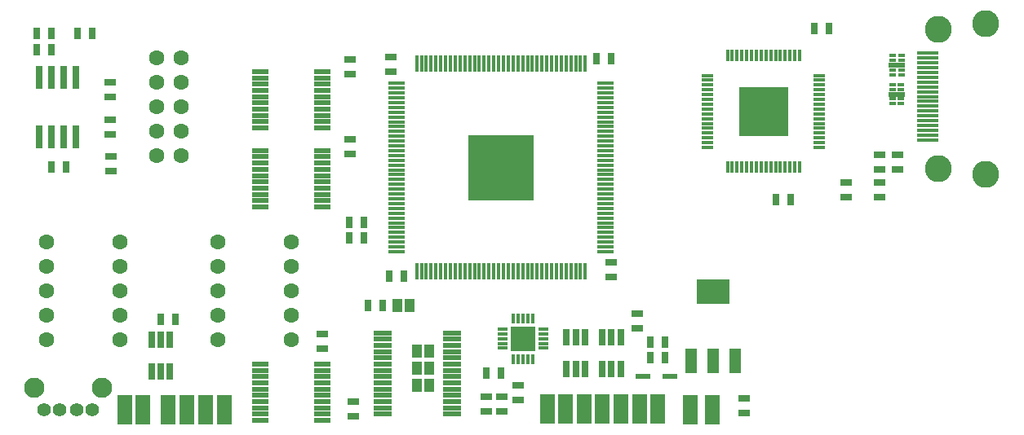
<source format=gts>
G04 #@! TF.GenerationSoftware,KiCad,Pcbnew,5.0.1+dfsg1-3*
G04 #@! TF.CreationDate,2018-11-24T15:47:24+02:00*
G04 #@! TF.ProjectId,cps2_digiav,637073325F6469676961762E6B696361,rev?*
G04 #@! TF.SameCoordinates,Original*
G04 #@! TF.FileFunction,Soldermask,Top*
G04 #@! TF.FilePolarity,Negative*
%FSLAX46Y46*%
G04 Gerber Fmt 4.6, Leading zero omitted, Abs format (unit mm)*
G04 Created by KiCad (PCBNEW 5.0.1+dfsg1-3) date 2018-11-24T15:47:24 EET*
%MOMM*%
%LPD*%
G01*
G04 APERTURE LIST*
%ADD10C,2.351600*%
%ADD11R,1.101600X0.401600*%
%ADD12R,0.401600X1.101600*%
%ADD13R,2.601600X2.601600*%
%ADD14R,5.101600X5.101600*%
%ADD15R,0.351600X1.301600*%
%ADD16R,1.301600X0.351600*%
%ADD17C,0.801600*%
%ADD18C,2.101600*%
%ADD19C,1.401600*%
%ADD20R,1.601600X3.101600*%
%ADD21R,0.736600X1.244600*%
%ADD22R,0.751600X1.661600*%
%ADD23C,1.607820*%
%ADD24C,2.801600*%
%ADD25R,2.301600X0.401600*%
%ADD26R,1.244600X0.736600*%
%ADD27R,0.701600X2.451600*%
%ADD28R,1.501600X0.551600*%
%ADD29R,1.801600X0.501600*%
%ADD30R,1.701600X0.501600*%
%ADD31R,0.801600X0.301600*%
%ADD32R,1.071600X1.371600*%
%ADD33R,1.851600X0.551600*%
%ADD34C,1.601600*%
%ADD35R,6.801600X6.801600*%
%ADD36R,0.401600X1.701600*%
%ADD37R,1.701600X0.401600*%
%ADD38C,0.791600*%
%ADD39R,1.301600X2.501600*%
%ADD40R,3.401600X2.501600*%
G04 APERTURE END LIST*
D10*
G04 #@! TO.C,U6*
X92848000Y-63119000D03*
D11*
X90733000Y-64119000D03*
X90733000Y-63619000D03*
X90733000Y-63119000D03*
X90733000Y-62619000D03*
X90733000Y-62119000D03*
D12*
X91848000Y-61004000D03*
X92348000Y-61004000D03*
X92848000Y-61004000D03*
X93348000Y-61004000D03*
X93848000Y-61004000D03*
D11*
X94963000Y-62119000D03*
X94963000Y-62619000D03*
X94963000Y-63119000D03*
X94963000Y-63619000D03*
X94963000Y-64119000D03*
D12*
X93848000Y-65234000D03*
X93348000Y-65234000D03*
X92848000Y-65234000D03*
X92348000Y-65234000D03*
X91848000Y-65234000D03*
D13*
X92848000Y-63119000D03*
G04 #@! TD*
D14*
G04 #@! TO.C,U1*
X117830600Y-39509200D03*
D15*
X114080600Y-45309200D03*
X114580600Y-45309200D03*
X115080600Y-45309200D03*
X115580600Y-45309200D03*
X116080600Y-45309200D03*
X116580600Y-45309200D03*
X117080600Y-45309200D03*
X117580600Y-45309200D03*
X118080600Y-45309200D03*
X118580600Y-45309200D03*
X119080600Y-45309200D03*
X119580600Y-45309200D03*
X120080600Y-45309200D03*
X120580600Y-45309200D03*
X121080600Y-45309200D03*
X121580600Y-45309200D03*
D16*
X123630600Y-43259200D03*
X123630600Y-42759200D03*
X123630600Y-42259200D03*
X123630600Y-41759200D03*
X123630600Y-41259200D03*
X123630600Y-40759200D03*
X123630600Y-40259200D03*
X123630600Y-39759200D03*
X123630600Y-39259200D03*
X123630600Y-38759200D03*
X123630600Y-38259200D03*
X123630600Y-37759200D03*
X123630600Y-37259200D03*
X123630600Y-36759200D03*
X123630600Y-36259200D03*
X123630600Y-35759200D03*
D15*
X121580600Y-33709200D03*
X121080600Y-33709200D03*
X120580600Y-33709200D03*
X120080600Y-33709200D03*
X119580600Y-33709200D03*
X119080600Y-33709200D03*
X118580600Y-33709200D03*
X118080600Y-33709200D03*
X117580600Y-33709200D03*
X117080600Y-33709200D03*
X116580600Y-33709200D03*
X116080600Y-33709200D03*
X115580600Y-33709200D03*
X115080600Y-33709200D03*
X114580600Y-33709200D03*
X114080600Y-33709200D03*
D16*
X112030600Y-35759200D03*
X112030600Y-36259200D03*
X112030600Y-36759200D03*
X112030600Y-37259200D03*
X112030600Y-37759200D03*
X112030600Y-38259200D03*
X112030600Y-38759200D03*
X112030600Y-39259200D03*
X112030600Y-39759200D03*
X112030600Y-40259200D03*
X112030600Y-40759200D03*
X112030600Y-41259200D03*
X112030600Y-41759200D03*
X112030600Y-42259200D03*
X112030600Y-42759200D03*
X112030600Y-43259200D03*
D10*
X117830600Y-39509200D03*
D17*
X115830600Y-41509200D03*
X115830600Y-40509200D03*
X115830600Y-39509200D03*
X115830600Y-38509200D03*
X115830600Y-37509200D03*
X116830600Y-41509200D03*
X116830600Y-40509200D03*
X116830600Y-38509200D03*
X116830600Y-37509200D03*
X117830600Y-41509200D03*
X117830600Y-37509200D03*
X118830600Y-41509200D03*
X118830600Y-40509200D03*
X118830600Y-38509200D03*
X118830600Y-37509200D03*
X119830600Y-41509200D03*
X119830600Y-40509200D03*
X119830600Y-39509200D03*
X119830600Y-38509200D03*
X119830600Y-37509200D03*
G04 #@! TD*
D18*
G04 #@! TO.C,SW1*
X49180000Y-68240000D03*
X42180000Y-68240000D03*
D19*
X48180000Y-70500000D03*
X46555000Y-70500000D03*
X44805000Y-70500000D03*
X43180000Y-70500000D03*
G04 #@! TD*
D20*
G04 #@! TO.C,W14*
X61870000Y-70490000D03*
G04 #@! TD*
G04 #@! TO.C,W15*
X97270000Y-70450000D03*
G04 #@! TD*
D21*
G04 #@! TO.C,C2*
X55298000Y-61140000D03*
X56822000Y-61140000D03*
G04 #@! TD*
D22*
G04 #@! TO.C,U16*
X102050000Y-63000000D03*
X101100000Y-66300000D03*
X102050000Y-66300000D03*
X103000000Y-66300000D03*
X103000000Y-63000000D03*
X101100000Y-63000000D03*
G04 #@! TD*
G04 #@! TO.C,U9*
X97400000Y-63000000D03*
X99300000Y-63000000D03*
X99300000Y-66300000D03*
X98350000Y-66300000D03*
X97400000Y-66300000D03*
X98350000Y-63000000D03*
G04 #@! TD*
G04 #@! TO.C,U8*
X55270000Y-63240000D03*
X54320000Y-66540000D03*
X55270000Y-66540000D03*
X56220000Y-66540000D03*
X56220000Y-63240000D03*
X54320000Y-63240000D03*
G04 #@! TD*
D20*
G04 #@! TO.C,W13*
X99180000Y-70450000D03*
G04 #@! TD*
G04 #@! TO.C,W12*
X103020000Y-70450000D03*
G04 #@! TD*
G04 #@! TO.C,W11*
X104950000Y-70450000D03*
G04 #@! TD*
G04 #@! TO.C,W10*
X101100000Y-70450000D03*
G04 #@! TD*
G04 #@! TO.C,W9*
X112550000Y-70480200D03*
G04 #@! TD*
G04 #@! TO.C,W8*
X106880000Y-70450000D03*
G04 #@! TD*
G04 #@! TO.C,W7*
X95370000Y-70450000D03*
G04 #@! TD*
G04 #@! TO.C,W6*
X53450000Y-70485000D03*
G04 #@! TD*
G04 #@! TO.C,W5*
X51530000Y-70485000D03*
G04 #@! TD*
G04 #@! TO.C,W4*
X59940000Y-70490000D03*
G04 #@! TD*
G04 #@! TO.C,W3*
X57990000Y-70500000D03*
G04 #@! TD*
G04 #@! TO.C,W1*
X110268200Y-70485000D03*
G04 #@! TD*
G04 #@! TO.C,W2*
X56040000Y-70510000D03*
G04 #@! TD*
D23*
G04 #@! TO.C,P1*
X57415000Y-44094000D03*
X54875000Y-44094000D03*
X57415000Y-41554000D03*
X54875000Y-41554000D03*
X57415000Y-39014000D03*
X54875000Y-39014000D03*
X57415000Y-36474000D03*
X54875000Y-36474000D03*
X57415000Y-33934000D03*
X54875000Y-33934000D03*
G04 #@! TD*
D24*
G04 #@! TO.C,J4*
X135951000Y-30961000D03*
X135951000Y-45461000D03*
X140901000Y-46061000D03*
X140901000Y-30361000D03*
D25*
X134851000Y-33461000D03*
X134851000Y-33961000D03*
X134851000Y-34461000D03*
X134851000Y-34961000D03*
X134851000Y-35461000D03*
X134851000Y-35961000D03*
X134851000Y-36461000D03*
X134851000Y-36961000D03*
X134851000Y-37461000D03*
X134851000Y-37961000D03*
X134851000Y-38461000D03*
X134851000Y-38961000D03*
X134851000Y-39461000D03*
X134851000Y-39961000D03*
X134851000Y-40461000D03*
X134851000Y-40961000D03*
X134851000Y-41461000D03*
X134851000Y-41961000D03*
X134851000Y-42461000D03*
G04 #@! TD*
D26*
G04 #@! TO.C,R46*
X129900000Y-45542000D03*
X129900000Y-44018000D03*
G04 #@! TD*
G04 #@! TO.C,R45*
X131730000Y-45536000D03*
X131730000Y-44012000D03*
G04 #@! TD*
G04 #@! TO.C,F2*
X129910000Y-48392000D03*
X129910000Y-46868000D03*
G04 #@! TD*
G04 #@! TO.C,R41*
X126390000Y-46908000D03*
X126390000Y-48432000D03*
G04 #@! TD*
D21*
G04 #@! TO.C,R24*
X48182000Y-31420000D03*
X46658000Y-31420000D03*
G04 #@! TD*
G04 #@! TO.C,R23*
X45462000Y-45280000D03*
X43938000Y-45280000D03*
G04 #@! TD*
D26*
G04 #@! TO.C,R22*
X50050000Y-38036000D03*
X50050000Y-36512000D03*
G04 #@! TD*
G04 #@! TO.C,R21*
X50050000Y-41886000D03*
X50050000Y-40362000D03*
G04 #@! TD*
G04 #@! TO.C,R20*
X50080000Y-44152000D03*
X50080000Y-45676000D03*
G04 #@! TD*
D21*
G04 #@! TO.C,R19*
X43942000Y-33080000D03*
X42418000Y-33080000D03*
G04 #@! TD*
G04 #@! TO.C,C65*
X100528000Y-34034000D03*
X102052000Y-34034000D03*
G04 #@! TD*
D26*
G04 #@! TO.C,C60*
X79160000Y-35416000D03*
X79160000Y-33892000D03*
G04 #@! TD*
D21*
G04 #@! TO.C,C55*
X43932000Y-31400000D03*
X42408000Y-31400000D03*
G04 #@! TD*
D26*
G04 #@! TO.C,C47*
X101990000Y-55182000D03*
X101990000Y-56706000D03*
G04 #@! TD*
D21*
G04 #@! TO.C,C43*
X80532000Y-56624000D03*
X79008000Y-56624000D03*
G04 #@! TD*
D27*
G04 #@! TO.C,U10*
X42655000Y-42190000D03*
X43925000Y-42190000D03*
X45195000Y-42190000D03*
X46465000Y-42190000D03*
X46465000Y-35990000D03*
X45195000Y-35990000D03*
X43925000Y-35990000D03*
X42655000Y-35990000D03*
G04 #@! TD*
D21*
G04 #@! TO.C,C1*
X107592000Y-63474000D03*
X106068000Y-63474000D03*
G04 #@! TD*
D26*
G04 #@! TO.C,C3*
X115820000Y-69362000D03*
X115820000Y-70886000D03*
G04 #@! TD*
D21*
G04 #@! TO.C,C5*
X107592000Y-65094000D03*
X106068000Y-65094000D03*
G04 #@! TD*
D26*
G04 #@! TO.C,C6*
X74940000Y-35666000D03*
X74940000Y-34142000D03*
G04 #@! TD*
G04 #@! TO.C,C7*
X74940000Y-43936000D03*
X74940000Y-42412000D03*
G04 #@! TD*
G04 #@! TO.C,C8*
X72040000Y-62652000D03*
X72040000Y-64176000D03*
G04 #@! TD*
D21*
G04 #@! TO.C,R1*
X76402000Y-52670000D03*
X74878000Y-52670000D03*
G04 #@! TD*
G04 #@! TO.C,R2*
X76402000Y-51050000D03*
X74878000Y-51050000D03*
G04 #@! TD*
D28*
G04 #@! TO.C,D1*
X108140000Y-67074000D03*
X105340000Y-67074000D03*
G04 #@! TD*
D21*
G04 #@! TO.C,R3*
X120632000Y-48664000D03*
X119108000Y-48664000D03*
G04 #@! TD*
D26*
G04 #@! TO.C,C14*
X104720000Y-62022000D03*
X104720000Y-60498000D03*
G04 #@! TD*
D29*
G04 #@! TO.C,U3*
X65620000Y-35375000D03*
X65620000Y-36025000D03*
X65620000Y-36675000D03*
X65620000Y-37325000D03*
X65620000Y-37975000D03*
X65620000Y-38625000D03*
X65620000Y-39275000D03*
X65620000Y-39925000D03*
X65620000Y-40575000D03*
X65620000Y-41225000D03*
X72060000Y-41225000D03*
X72060000Y-40575000D03*
X72060000Y-39925000D03*
X72060000Y-39275000D03*
X72060000Y-38625000D03*
X72060000Y-37975000D03*
X72060000Y-37325000D03*
X72060000Y-36675000D03*
X72060000Y-36025000D03*
X72060000Y-35375000D03*
G04 #@! TD*
G04 #@! TO.C,U4*
X65620000Y-43575000D03*
X65620000Y-44225000D03*
X65620000Y-44875000D03*
X65620000Y-45525000D03*
X65620000Y-46175000D03*
X65620000Y-46825000D03*
X65620000Y-47475000D03*
X65620000Y-48125000D03*
X65620000Y-48775000D03*
X65620000Y-49425000D03*
X72060000Y-49425000D03*
X72060000Y-48775000D03*
X72060000Y-48125000D03*
X72060000Y-47475000D03*
X72060000Y-46825000D03*
X72060000Y-46175000D03*
X72060000Y-45525000D03*
X72060000Y-44875000D03*
X72060000Y-44225000D03*
X72060000Y-43575000D03*
G04 #@! TD*
G04 #@! TO.C,U5*
X72060000Y-65765000D03*
X72060000Y-66415000D03*
X72060000Y-67065000D03*
X72060000Y-67715000D03*
X72060000Y-68365000D03*
X72060000Y-69015000D03*
X72060000Y-69665000D03*
X72060000Y-70315000D03*
X72060000Y-70965000D03*
X72060000Y-71615000D03*
X65620000Y-71615000D03*
X65620000Y-70965000D03*
X65620000Y-70315000D03*
X65620000Y-69665000D03*
X65620000Y-69015000D03*
X65620000Y-68365000D03*
X65620000Y-67715000D03*
X65620000Y-67065000D03*
X65620000Y-66415000D03*
X65620000Y-65765000D03*
G04 #@! TD*
D26*
G04 #@! TO.C,R4*
X92340000Y-67942000D03*
X92340000Y-69466000D03*
G04 #@! TD*
D30*
G04 #@! TO.C,D2*
X131673500Y-34710400D03*
D31*
X132123200Y-35710400D03*
X132123200Y-35210400D03*
X132123200Y-34210400D03*
X132123200Y-33710400D03*
X131223800Y-35710400D03*
X131223800Y-35210400D03*
X131223800Y-33710400D03*
X131223800Y-34210400D03*
D30*
X131673500Y-34710400D03*
G04 #@! TD*
G04 #@! TO.C,D3*
X131660800Y-37710300D03*
D31*
X132110500Y-38710300D03*
X132110500Y-38210300D03*
X132110500Y-37210300D03*
X132110500Y-36710300D03*
X131211100Y-38710300D03*
X131211100Y-38210300D03*
X131211100Y-36710300D03*
X131211100Y-37210300D03*
D30*
X131660800Y-37710300D03*
G04 #@! TD*
D21*
G04 #@! TO.C,C16*
X89028000Y-66694000D03*
X90552000Y-66694000D03*
G04 #@! TD*
G04 #@! TO.C,R5*
X124642000Y-30850000D03*
X123118000Y-30850000D03*
G04 #@! TD*
D26*
G04 #@! TO.C,C23*
X75260000Y-69682000D03*
X75260000Y-71206000D03*
G04 #@! TD*
G04 #@! TO.C,C25*
X89020000Y-69192000D03*
X89020000Y-70716000D03*
G04 #@! TD*
G04 #@! TO.C,C26*
X90670000Y-69192000D03*
X90670000Y-70716000D03*
G04 #@! TD*
D32*
G04 #@! TO.C,J3*
X81840000Y-64420000D03*
X83120000Y-64420000D03*
G04 #@! TD*
G04 #@! TO.C,J5*
X81840000Y-66200000D03*
X83120000Y-66200000D03*
G04 #@! TD*
G04 #@! TO.C,J6*
X81840000Y-67980000D03*
X83120000Y-67980000D03*
G04 #@! TD*
D33*
G04 #@! TO.C,U11*
X78270000Y-62525000D03*
X78270000Y-63175000D03*
X78270000Y-63825000D03*
X78270000Y-64475000D03*
X78270000Y-65125000D03*
X78270000Y-65775000D03*
X78270000Y-66425000D03*
X78270000Y-67075000D03*
X78270000Y-67725000D03*
X78270000Y-68375000D03*
X78270000Y-69025000D03*
X78270000Y-69675000D03*
X78270000Y-70325000D03*
X78270000Y-70975000D03*
X85470000Y-70975000D03*
X85470000Y-70325000D03*
X85470000Y-69675000D03*
X85470000Y-69025000D03*
X85470000Y-68375000D03*
X85470000Y-67725000D03*
X85470000Y-67075000D03*
X85470000Y-66425000D03*
X85470000Y-65775000D03*
X85470000Y-65125000D03*
X85470000Y-64475000D03*
X85470000Y-63825000D03*
X85470000Y-63175000D03*
X85470000Y-62525000D03*
G04 #@! TD*
D32*
G04 #@! TO.C,J7*
X79840000Y-59670000D03*
X81120000Y-59670000D03*
G04 #@! TD*
D21*
G04 #@! TO.C,R6*
X78272000Y-59670000D03*
X76748000Y-59670000D03*
G04 #@! TD*
D34*
G04 #@! TO.C,J1*
X61225000Y-53074000D03*
X68845000Y-63234000D03*
X61225000Y-55614000D03*
X68845000Y-60694000D03*
X61225000Y-58154000D03*
X68845000Y-58154000D03*
X61225000Y-60694000D03*
X68845000Y-55614000D03*
X61225000Y-63234000D03*
X68845000Y-53074000D03*
G04 #@! TD*
G04 #@! TO.C,J2*
X43445000Y-53074000D03*
X51065000Y-63234000D03*
X43445000Y-55614000D03*
X51065000Y-60694000D03*
X43445000Y-58154000D03*
X51065000Y-58154000D03*
X43445000Y-60694000D03*
X51065000Y-55614000D03*
X43445000Y-63234000D03*
X51065000Y-53074000D03*
G04 #@! TD*
D35*
G04 #@! TO.C,U2*
X90587000Y-45335000D03*
D36*
X81837000Y-56135000D03*
X82337000Y-56135000D03*
X82837000Y-56135000D03*
X83337000Y-56135000D03*
X83837000Y-56135000D03*
X84337000Y-56135000D03*
X84837000Y-56135000D03*
X85337000Y-56135000D03*
X85837000Y-56135000D03*
X86337000Y-56135000D03*
X86837000Y-56135000D03*
X87337000Y-56135000D03*
X87837000Y-56135000D03*
X88337000Y-56135000D03*
X88837000Y-56135000D03*
X89337000Y-56135000D03*
X89837000Y-56135000D03*
X90337000Y-56135000D03*
X90837000Y-56135000D03*
X91337000Y-56135000D03*
X91837000Y-56135000D03*
X92337000Y-56135000D03*
X92837000Y-56135000D03*
X93337000Y-56135000D03*
X93837000Y-56135000D03*
X94337000Y-56135000D03*
X94837000Y-56135000D03*
X95337000Y-56135000D03*
X95837000Y-56135000D03*
X96337000Y-56135000D03*
X96837000Y-56135000D03*
X97337000Y-56135000D03*
X97837000Y-56135000D03*
X98337000Y-56135000D03*
X98837000Y-56135000D03*
X99337000Y-56135000D03*
D37*
X101387000Y-54085000D03*
X101387000Y-53585000D03*
X101387000Y-53085000D03*
X101387000Y-52585000D03*
X101387000Y-52085000D03*
X101387000Y-51585000D03*
X101387000Y-51085000D03*
X101387000Y-50585000D03*
X101387000Y-50085000D03*
X101387000Y-49585000D03*
X101387000Y-49085000D03*
X101387000Y-48585000D03*
X101387000Y-48085000D03*
X101387000Y-47585000D03*
X101387000Y-47085000D03*
X101387000Y-46585000D03*
X101387000Y-46085000D03*
X101387000Y-45585000D03*
X101387000Y-45085000D03*
X101387000Y-44585000D03*
X101387000Y-44085000D03*
X101387000Y-43585000D03*
X101387000Y-43085000D03*
X101387000Y-42585000D03*
X101387000Y-42085000D03*
X101387000Y-41585000D03*
X101387000Y-41085000D03*
X101387000Y-40585000D03*
X101387000Y-40085000D03*
X101387000Y-39585000D03*
X101387000Y-39085000D03*
X101387000Y-38585000D03*
X101387000Y-38085000D03*
X101387000Y-37585000D03*
X101387000Y-37085000D03*
X101387000Y-36585000D03*
D36*
X99337000Y-34535000D03*
X98837000Y-34535000D03*
X98337000Y-34535000D03*
X97837000Y-34535000D03*
X97337000Y-34535000D03*
X96837000Y-34535000D03*
X96337000Y-34535000D03*
X95837000Y-34535000D03*
X95337000Y-34535000D03*
X94837000Y-34535000D03*
X94337000Y-34535000D03*
X93837000Y-34535000D03*
X93337000Y-34535000D03*
X92837000Y-34535000D03*
X92337000Y-34535000D03*
X91837000Y-34535000D03*
X91337000Y-34535000D03*
X90837000Y-34535000D03*
X90337000Y-34535000D03*
X89837000Y-34535000D03*
X89337000Y-34535000D03*
X88837000Y-34535000D03*
X88337000Y-34535000D03*
X87837000Y-34535000D03*
X87337000Y-34535000D03*
X86837000Y-34535000D03*
X86337000Y-34535000D03*
X85837000Y-34535000D03*
X85337000Y-34535000D03*
X84837000Y-34535000D03*
X84337000Y-34535000D03*
X83837000Y-34535000D03*
X83337000Y-34535000D03*
X82837000Y-34535000D03*
X82337000Y-34535000D03*
X81837000Y-34535000D03*
D37*
X79787000Y-36585000D03*
X79787000Y-37085000D03*
X79787000Y-37585000D03*
X79787000Y-38085000D03*
X79787000Y-38585000D03*
X79787000Y-39085000D03*
X79787000Y-39585000D03*
X79787000Y-40085000D03*
X79787000Y-40585000D03*
X79787000Y-41085000D03*
X79787000Y-41585000D03*
X79787000Y-42085000D03*
X79787000Y-42585000D03*
X79787000Y-43085000D03*
X79787000Y-43585000D03*
X79787000Y-44085000D03*
X79787000Y-44585000D03*
X79787000Y-45085000D03*
X79787000Y-45585000D03*
X79787000Y-46085000D03*
X79787000Y-46585000D03*
X79787000Y-47085000D03*
X79787000Y-47585000D03*
X79787000Y-48085000D03*
X79787000Y-48585000D03*
X79787000Y-49085000D03*
X79787000Y-49585000D03*
X79787000Y-50085000D03*
X79787000Y-50585000D03*
X79787000Y-51085000D03*
X79787000Y-51585000D03*
X79787000Y-52085000D03*
X79787000Y-52585000D03*
X79787000Y-53085000D03*
X79787000Y-53585000D03*
X79787000Y-54085000D03*
D38*
X88037000Y-47885000D03*
X88037000Y-47035000D03*
X88037000Y-46185000D03*
X88037000Y-45335000D03*
X88037000Y-44485000D03*
X88037000Y-43635000D03*
X88037000Y-42785000D03*
X88887000Y-47885000D03*
X88887000Y-47035000D03*
X88887000Y-46185000D03*
X88887000Y-45335000D03*
X88887000Y-44485000D03*
X88887000Y-43635000D03*
X88887000Y-42785000D03*
X89737000Y-47885000D03*
X89737000Y-47035000D03*
X89737000Y-43635000D03*
X89737000Y-42785000D03*
X90587000Y-47885000D03*
X90587000Y-47035000D03*
X90587000Y-43635000D03*
X90587000Y-42785000D03*
X91437000Y-47885000D03*
X91437000Y-47035000D03*
X91437000Y-43635000D03*
X91437000Y-42785000D03*
X92287000Y-47885000D03*
X92287000Y-47035000D03*
X92287000Y-46185000D03*
X92287000Y-45335000D03*
X92287000Y-44485000D03*
X92287000Y-43635000D03*
X92287000Y-42785000D03*
X93137000Y-47885000D03*
X93137000Y-47035000D03*
X93137000Y-46185000D03*
X93137000Y-45335000D03*
X93137000Y-44485000D03*
X93137000Y-43635000D03*
X93137000Y-42785000D03*
D10*
X90587000Y-45335000D03*
G04 #@! TD*
D39*
G04 #@! TO.C,U7*
X112570000Y-65464000D03*
X110270000Y-65464000D03*
X114870000Y-65464000D03*
D40*
X112570000Y-58264000D03*
G04 #@! TD*
M02*

</source>
